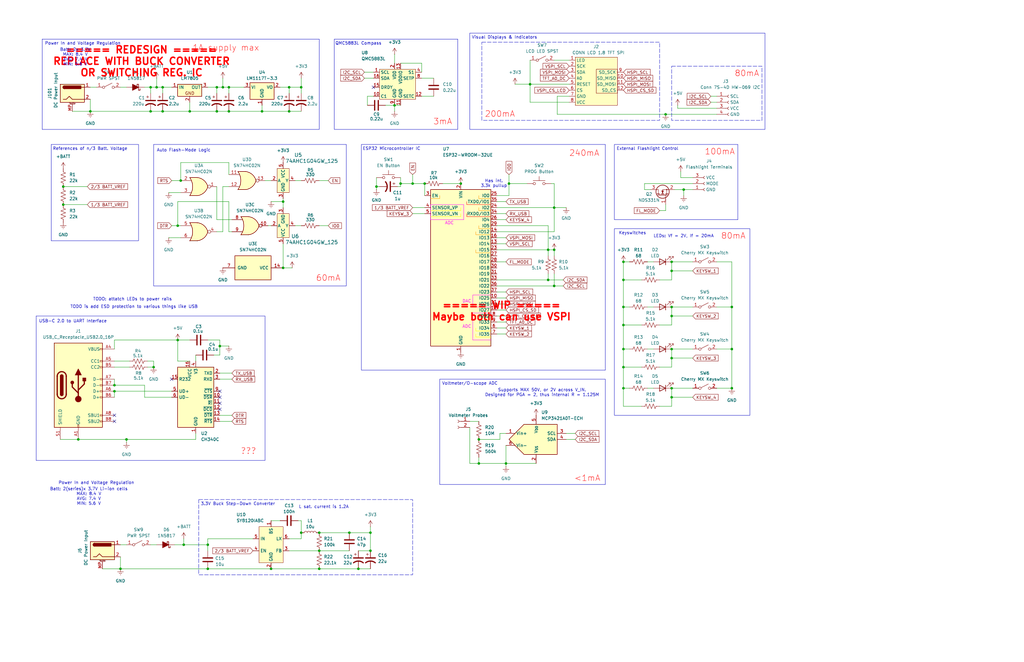
<source format=kicad_sch>
(kicad_sch (version 20231120) (generator "eeschema") (generator_version "8.0")
  (paper "User" 431.8 279.4)
  (title_block (title "Intelliwatch Mk II") (date "2024") (rev "2.0") (company "Zachary Hobbs"))
  (junction (at 134.62 232.41))
  (junction (at 127 224.79))
  (junction (at 262.89 118.11))
  (junction (at 213.36 195.58))
  (junction (at 262.89 129.54))
  (junction (at 96.52 46.99))
  (junction (at 127 36.83))
  (junction (at 91.44 46.99))
  (junction (at 262.89 147.32))
  (junction (at 147.32 224.79))
  (junction (at 283.21 133.35))
  (junction (at 74.93 143.51))
  (junction (at 91.44 36.83))
  (junction (at 68.58 36.83))
  (junction (at 134.62 224.79))
  (junction (at 283.21 129.54))
  (junction (at 223.52 35.56))
  (junction (at 96.52 36.83))
  (junction (at 308.61 147.32))
  (junction (at 158.75 78.74))
  (junction (at 92.71 146.05))
  (junction (at 77.47 229.87))
  (junction (at 231.14 105.41))
  (junction (at 283.21 110.49))
  (junction (at 214.63 77.47))
  (junction (at 280.67 48.26))
  (junction (at 233.68 120.65))
  (junction (at 262.89 163.83))
  (junction (at 26.67 78.74))
  (junction (at 233.68 87.63))
  (junction (at 173.99 77.47))
  (junction (at 121.92 46.99))
  (junction (at 26.67 86.36))
  (junction (at 283.21 167.64))
  (junction (at 64.77 154.94))
  (junction (at 63.5 36.83))
  (junction (at 48.26 162.56))
  (junction (at 156.21 232.41))
  (junction (at 283.21 147.32))
  (junction (at 76.2 76.2))
  (junction (at 33.02 185.42))
  (junction (at 93.98 36.83))
  (junction (at 262.89 110.49))
  (junction (at 80.01 46.99))
  (junction (at 201.93 185.42))
  (junction (at 283.21 114.3))
  (junction (at 119.38 85.09))
  (junction (at 201.93 195.58))
  (junction (at 121.92 36.83))
  (junction (at 262.89 154.94))
  (junction (at 87.63 240.03))
  (junction (at 231.14 118.11))
  (junction (at 119.38 113.03))
  (junction (at 50.8 240.03))
  (junction (at 48.26 165.1))
  (junction (at 262.89 137.16))
  (junction (at 179.07 77.47))
  (junction (at 38.1 46.99))
  (junction (at 74.93 95.25))
  (junction (at 134.62 240.03))
  (junction (at 53.34 185.42))
  (junction (at 233.68 105.41))
  (junction (at 151.13 240.03))
  (junction (at 308.61 129.54))
  (junction (at 166.37 44.45))
  (junction (at 110.49 46.99))
  (junction (at 87.63 229.87))
  (junction (at 66.04 36.83))
  (junction (at 114.3 240.03))
  (junction (at 308.61 163.83))
  (junction (at 63.5 46.99))
  (junction (at 68.58 46.99))
  (junction (at 283.21 151.13))
  (junction (at 283.21 163.83))
  (junction (at 168.91 77.47))
  (junction (at 194.31 77.47))
  (junction (at 288.29 80.01))
  (junction (at 156.21 224.79))
  (no_connect (at 48.26 175.26))
  (no_connect (at 72.39 160.02))
  (no_connect (at 92.71 167.64))
  (no_connect (at 92.71 170.18))
  (no_connect (at 92.71 172.72))
  (no_connect (at 157.48 36.83))
  (no_connect (at 92.71 165.1))
  (no_connect (at 48.26 177.8))
  (wire (pts (xy 209.55 85.09) (xy 213.36 85.09)))
  (wire (pts (xy 72.39 95.25) (xy 74.93 95.25)))
  (wire (pts (xy 283.21 151.13) (xy 283.21 147.32)))
  (wire (pts (xy 110.49 44.45) (xy 110.49 46.99)))
  (wire (pts (xy 173.99 87.63) (xy 179.07 87.63)))
  (wire (pts (xy 209.55 97.79) (xy 233.68 97.79)))
  (wire (pts (xy 283.21 133.35) (xy 283.21 129.54)))
  (wire (pts (xy 158.75 78.74) (xy 158.75 74.93)))
  (wire (pts (xy 118.11 36.83) (xy 121.92 36.83)))
  (wire (pts (xy 213.36 195.58) (xy 201.93 195.58)))
  (wire (pts (xy 26.67 78.74) (xy 36.83 78.74)))
  (wire (pts (xy 287.02 74.93) (xy 292.1 74.93)))
  (wire (pts (xy 262.89 118.11) (xy 270.51 118.11)))
  (wire (pts (xy 283.21 110.49) (xy 292.1 110.49)))
  (wire (pts (xy 96.52 85.09) (xy 96.52 97.79)))
  (wire (pts (xy 209.55 92.71) (xy 213.36 92.71)))
  (wire (pts (xy 92.71 146.05) (xy 92.71 149.86)))
  (wire (pts (xy 82.55 185.42) (xy 82.55 182.88)))
  (wire (pts (xy 71.12 100.33) (xy 76.2 100.33)))
  (wire (pts (xy 92.71 177.8) (xy 97.79 177.8)))
  (wire (pts (xy 234.95 40.64) (xy 234.95 48.26)))
  (wire (pts (xy 209.55 110.49) (xy 213.36 110.49)))
  (wire (pts (xy 302.26 147.32) (xy 308.61 147.32)))
  (wire (pts (xy 283.21 118.11) (xy 283.21 114.3)))
  (wire (pts (xy 283.21 167.64) (xy 283.21 163.83)))
  (wire (pts (xy 262.89 110.49) (xy 265.43 110.49)))
  (wire (pts (xy 91.44 46.99) (xy 96.52 46.99)))
  (wire (pts (xy 160.02 78.74) (xy 158.75 78.74)))
  (wire (pts (xy 82.55 149.86) (xy 82.55 152.4)))
  (wire (pts (xy 168.91 77.47) (xy 168.91 74.93)))
  (wire (pts (xy 210.82 182.88) (xy 213.36 182.88)))
  (wire (pts (xy 124.46 95.25) (xy 127 95.25)))
  (wire (pts (xy 119.38 113.03) (xy 123.19 113.03)))
  (wire (pts (xy 113.03 95.25) (xy 114.3 95.25)))
  (wire (pts (xy 278.13 137.16) (xy 283.21 137.16)))
  (wire (pts (xy 292.1 114.3) (xy 283.21 114.3)))
  (wire (pts (xy 273.05 129.54) (xy 275.59 129.54)))
  (wire (pts (xy 134.62 232.41) (xy 147.32 232.41)))
  (wire (pts (xy 74.93 85.09) (xy 96.52 85.09)))
  (wire (pts (xy 232.41 77.47) (xy 233.68 77.47)))
  (wire (pts (xy 48.26 165.1) (xy 72.39 165.1)))
  (wire (pts (xy 91.44 97.79) (xy 93.98 97.79)))
  (wire (pts (xy 154.94 40.64) (xy 157.48 40.64)))
  (wire (pts (xy 302.26 163.83) (xy 308.61 163.83)))
  (wire (pts (xy 285.75 45.72) (xy 302.26 45.72)))
  (wire (pts (xy 233.68 25.4) (xy 240.03 25.4)))
  (wire (pts (xy 127 36.83) (xy 127 39.37)))
  (wire (pts (xy 73.66 229.87) (xy 77.47 229.87)))
  (wire (pts (xy 201.93 195.58) (xy 201.93 193.04)))
  (wire (pts (xy 154.94 44.45) (xy 154.94 40.64)))
  (wire (pts (xy 209.55 130.81) (xy 213.36 130.81)))
  (wire (pts (xy 262.89 137.16) (xy 270.51 137.16)))
  (wire (pts (xy 87.63 36.83) (xy 91.44 36.83)))
  (wire (pts (xy 271.78 80.01) (xy 274.32 80.01)))
  (wire (pts (xy 308.61 147.32) (xy 308.61 129.54)))
  (wire (pts (xy 63.5 46.99) (xy 68.58 46.99)))
  (wire (pts (xy 92.71 157.48) (xy 97.79 157.48)))
  (wire (pts (xy 66.04 33.02) (xy 66.04 36.83)))
  (wire (pts (xy 93.98 78.74) (xy 96.52 78.74)))
  (wire (pts (xy 168.91 77.47) (xy 173.99 77.47)))
  (wire (pts (xy 92.71 160.02) (xy 97.79 160.02)))
  (wire (pts (xy 30.48 46.99) (xy 38.1 46.99)))
  (wire (pts (xy 223.52 35.56) (xy 240.03 35.56)))
  (wire (pts (xy 273.05 110.49) (xy 275.59 110.49)))
  (wire (pts (xy 177.8 30.48) (xy 177.8 26.67)))
  (wire (pts (xy 38.1 36.83) (xy 40.64 36.83)))
  (wire (pts (xy 283.21 129.54) (xy 292.1 129.54)))
  (wire (pts (xy 96.52 36.83) (xy 96.52 39.37)))
  (wire (pts (xy 292.1 167.64) (xy 283.21 167.64)))
  (wire (pts (xy 209.55 140.97) (xy 213.36 140.97)))
  (wire (pts (xy 278.13 171.45) (xy 283.21 171.45)))
  (wire (pts (xy 156.21 222.25) (xy 156.21 224.79)))
  (wire (pts (xy 278.13 88.9) (xy 280.67 88.9)))
  (wire (pts (xy 217.17 35.56) (xy 223.52 35.56)))
  (wire (pts (xy 168.91 26.67) (xy 177.8 26.67)))
  (wire (pts (xy 77.47 229.87) (xy 87.63 229.87)))
  (wire (pts (xy 233.68 105.41) (xy 231.14 105.41)))
  (wire (pts (xy 68.58 39.37) (xy 68.58 36.83)))
  (wire (pts (xy 209.55 100.33) (xy 213.36 100.33)))
  (wire (pts (xy 96.52 46.99) (xy 110.49 46.99)))
  (wire (pts (xy 71.12 81.28) (xy 76.2 81.28)))
  (wire (pts (xy 214.63 82.55) (xy 214.63 77.47)))
  (wire (pts (xy 68.58 46.99) (xy 80.01 46.99)))
  (wire (pts (xy 209.55 128.27) (xy 213.36 128.27)))
  (wire (pts (xy 292.1 133.35) (xy 283.21 133.35)))
  (wire (pts (xy 166.37 22.86) (xy 166.37 26.67)))
  (wire (pts (xy 60.96 162.56) (xy 60.96 167.64)))
  (wire (pts (xy 127 227.33) (xy 127 224.79)))
  (wire (pts (xy 233.68 107.95) (xy 233.68 105.41)))
  (wire (pts (xy 121.92 232.41) (xy 134.62 232.41)))
  (wire (pts (xy 222.25 77.47) (xy 214.63 77.47)))
  (wire (pts (xy 283.21 147.32) (xy 292.1 147.32)))
  (wire (pts (xy 240.03 40.64) (xy 234.95 40.64)))
  (wire (pts (xy 280.67 48.26) (xy 302.26 48.26)))
  (wire (pts (xy 134.62 240.03) (xy 151.13 240.03)))
  (wire (pts (xy 198.12 195.58) (xy 201.93 195.58)))
  (wire (pts (xy 119.38 102.87) (xy 119.38 113.03)))
  (wire (pts (xy 92.71 146.05) (xy 92.71 143.51)))
  (wire (pts (xy 96.52 36.83) (xy 102.87 36.83)))
  (wire (pts (xy 262.89 163.83) (xy 265.43 163.83)))
  (wire (pts (xy 214.63 82.55) (xy 209.55 82.55)))
  (wire (pts (xy 209.55 105.41) (xy 231.14 105.41)))
  (wire (pts (xy 271.78 77.47) (xy 292.1 77.47)))
  (wire (pts (xy 173.99 73.66) (xy 173.99 77.47)))
  (wire (pts (xy 308.61 110.49) (xy 302.26 110.49)))
  (wire (pts (xy 233.68 115.57) (xy 233.68 120.65)))
  (wire (pts (xy 64.77 152.4) (xy 64.77 154.94)))
  (wire (pts (xy 209.55 90.17) (xy 213.36 90.17)))
  (wire (pts (xy 167.64 78.74) (xy 168.91 78.74)))
  (wire (pts (xy 283.21 114.3) (xy 283.21 110.49)))
  (wire (pts (xy 63.5 36.83) (xy 63.5 39.37)))
  (wire (pts (xy 158.75 80.01) (xy 158.75 78.74)))
  (wire (pts (xy 262.89 129.54) (xy 262.89 137.16)))
  (wire (pts (xy 262.89 163.83) (xy 262.89 171.45)))
  (wire (pts (xy 127 219.71) (xy 125.73 219.71)))
  (wire (pts (xy 223.52 25.4) (xy 223.52 35.56)))
  (wire (pts (xy 262.89 154.94) (xy 270.51 154.94)))
  (wire (pts (xy 278.13 118.11) (xy 283.21 118.11)))
  (wire (pts (xy 278.13 154.94) (xy 283.21 154.94)))
  (wire (pts (xy 173.99 77.47) (xy 179.07 77.47)))
  (wire (pts (xy 283.21 171.45) (xy 283.21 167.64)))
  (wire (pts (xy 262.89 129.54) (xy 265.43 129.54)))
  (wire (pts (xy 262.89 154.94) (xy 262.89 163.83)))
  (wire (pts (xy 231.14 115.57) (xy 231.14 118.11)))
  (wire (pts (xy 262.89 137.16) (xy 262.89 147.32)))
  (wire (pts (xy 288.29 82.55) (xy 288.29 80.01)))
  (wire (pts (xy 156.21 224.79) (xy 156.21 232.41)))
  (wire (pts (xy 121.92 46.99) (xy 127 46.99)))
  (wire (pts (xy 77.47 227.33) (xy 77.47 229.87)))
  (wire (pts (xy 38.1 46.99) (xy 63.5 46.99)))
  (wire (pts (xy 177.8 40.64) (xy 182.88 40.64)))
  (wire (pts (xy 288.29 80.01) (xy 292.1 80.01)))
  (wire (pts (xy 151.13 240.03) (xy 156.21 240.03)))
  (wire (pts (xy 48.26 162.56) (xy 60.96 162.56)))
  (wire (pts (xy 74.93 95.25) (xy 76.2 95.25)))
  (wire (pts (xy 209.55 138.43) (xy 213.36 138.43)))
  (wire (pts (xy 223.52 35.56) (xy 223.52 43.18)))
  (wire (pts (xy 287.02 72.39) (xy 287.02 74.93)))
  (wire (pts (xy 50.8 229.87) (xy 53.34 229.87)))
  (wire (pts (xy 308.61 163.83) (xy 308.61 147.32)))
  (wire (pts (xy 92.71 143.51) (xy 87.63 143.51)))
  (wire (pts (xy 110.49 46.99) (xy 121.92 46.99)))
  (wire (pts (xy 92.71 146.05) (xy 96.52 146.05)))
  (wire (pts (xy 50.8 36.83) (xy 53.34 36.83)))
  (wire (pts (xy 60.96 167.64) (xy 72.39 167.64)))
  (wire (pts (xy 147.32 224.79) (xy 156.21 224.79)))
  (wire (pts (xy 48.26 143.51) (xy 74.93 143.51)))
  (wire (pts (xy 127 219.71) (xy 127 224.79)))
  (wire (pts (xy 50.8 234.95) (xy 50.8 240.03)))
  (wire (pts (xy 209.55 135.89) (xy 213.36 135.89)))
  (wire (pts (xy 262.89 118.11) (xy 262.89 129.54)))
  (wire (pts (xy 273.05 147.32) (xy 275.59 147.32)))
  (wire (pts (xy 299.72 40.64) (xy 302.26 40.64)))
  (wire (pts (xy 231.14 118.11) (xy 237.49 118.11)))
  (wire (pts (xy 214.63 73.66) (xy 214.63 77.47)))
  (wire (pts (xy 153.67 33.02) (xy 157.48 33.02)))
  (wire (pts (xy 38.1 41.91) (xy 38.1 46.99)))
  (wire (pts (xy 284.48 80.01) (xy 288.29 80.01)))
  (wire (pts (xy 262.89 110.49) (xy 262.89 118.11)))
  (wire (pts (xy 223.52 43.18) (xy 240.03 43.18)))
  (wire (pts (xy 74.93 143.51) (xy 80.01 143.51)))
  (wire (pts (xy 209.55 95.25) (xy 231.14 95.25)))
  (wire (pts (xy 53.34 185.42) (xy 82.55 185.42)))
  (wire (pts (xy 238.76 87.63) (xy 233.68 87.63)))
  (wire (pts (xy 121.92 227.33) (xy 127 227.33)))
  (wire (pts (xy 233.68 97.79) (xy 233.68 87.63)))
  (wire (pts (xy 127 33.02) (xy 127 36.83)))
  (wire (pts (xy 121.92 36.83) (xy 127 36.83)))
  (wire (pts (xy 121.92 36.83) (xy 121.92 39.37)))
  (wire (pts (xy 262.89 147.32) (xy 265.43 147.32)))
  (wire (pts (xy 234.95 48.26) (xy 280.67 48.26)))
  (wire (pts (xy 198.12 180.34) (xy 198.12 195.58)))
  (wire (pts (xy 96.52 97.79) (xy 97.79 97.79)))
  (wire (pts (xy 114.3 240.03) (xy 134.62 240.03)))
  (wire (pts (xy 201.93 185.42) (xy 210.82 185.42)))
  (wire (pts (xy 80.01 43.18) (xy 80.01 46.99)))
  (wire (pts (xy 74.93 143.51) (xy 74.93 152.4)))
  (wire (pts (xy 96.52 68.58) (xy 96.52 73.66)))
  (wire (pts (xy 63.5 36.83) (xy 66.04 36.83)))
  (wire (pts (xy 308.61 129.54) (xy 308.61 110.49)))
  (wire (pts (xy 233.68 87.63) (xy 209.55 87.63)))
  (wire (pts (xy 48.26 154.94) (xy 54.61 154.94)))
  (wire (pts (xy 173.99 90.17) (xy 179.07 90.17)))
  (wire (pts (xy 87.63 227.33) (xy 87.63 229.87)))
  (wire (pts (xy 26.67 86.36) (xy 36.83 86.36)))
  (wire (pts (xy 93.98 36.83) (xy 96.52 36.83)))
  (wire (pts (xy 231.14 95.25) (xy 231.14 105.41)))
  (wire (pts (xy 280.67 88.9) (xy 280.67 86.36)))
  (wire (pts (xy 271.78 77.47) (xy 271.78 80.01)))
  (wire (pts (xy 151.13 232.41) (xy 156.21 232.41)))
  (wire (pts (xy 119.38 85.09) (xy 119.38 87.63)))
  (wire (pts (xy 179.07 82.55) (xy 179.07 77.47)))
  (wire (pts (xy 76.2 68.58) (xy 96.52 68.58)))
  (wire (pts (xy 213.36 195.58) (xy 226.06 195.58)))
  (wire (pts (xy 209.55 120.65) (xy 233.68 120.65)))
  (wire (pts (xy 168.91 78.74) (xy 168.91 77.47)))
  (wire (pts (xy 134.62 95.25) (xy 138.43 95.25)))
  (wire (pts (xy 162.56 44.45) (xy 166.37 44.45)))
  (wire (pts (xy 283.21 163.83) (xy 292.1 163.83)))
  (wire (pts (xy 213.36 196.85) (xy 213.36 195.58)))
  (wire (pts (xy 74.93 152.4) (xy 80.01 152.4)))
  (wire (pts (xy 209.55 125.73) (xy 213.36 125.73)))
  (wire (pts (xy 87.63 229.87) (xy 87.63 232.41)))
  (wire (pts (xy 53.34 186.69) (xy 53.34 185.42)))
  (wire (pts (xy 213.36 187.96) (xy 213.36 195.58)))
  (wire (pts (xy 273.05 163.83) (xy 275.59 163.83)))
  (wire (pts (xy 43.18 240.03) (xy 50.8 240.03)))
  (wire (pts (xy 87.63 227.33) (xy 106.68 227.33)))
  (wire (pts (xy 262.89 171.45) (xy 270.51 171.45)))
  (wire (pts (xy 48.26 143.51) (xy 48.26 147.32)))
  (wire (pts (xy 80.01 46.99) (xy 91.44 46.99)))
  (wire (pts (xy 209.55 118.11) (xy 231.14 118.11)))
  (wire (pts (xy 90.17 149.86) (xy 92.71 149.86)))
  (wire (pts (xy 147.32 224.79) (xy 134.62 224.79)))
  (wire (pts (xy 48.26 160.02) (xy 48.26 162.56)))
  (wire (pts (xy 119.38 83.82) (xy 119.38 85.09)))
  (wire (pts (xy 93.98 97.79) (xy 93.98 78.74)))
  (wire (pts (xy 91.44 36.83) (xy 91.44 39.37)))
  (wire (pts (xy 91.44 92.71) (xy 97.79 92.71)))
  (wire (pts (xy 283.21 154.94) (xy 283.21 151.13)))
  (wire (pts (xy 68.58 36.83) (xy 72.39 36.83)))
  (wire (pts (xy 72.39 76.2) (xy 76.2 76.2)))
  (wire (pts (xy 238.76 185.42) (xy 242.57 185.42)))
  (wire (pts (xy 111.76 76.2) (xy 114.3 76.2)))
  (wire (pts (xy 166.37 46.99) (xy 166.37 44.45)))
  (wire (pts (xy 153.67 30.48) (xy 157.48 30.48)))
  (wire (pts (xy 114.3 219.71) (xy 118.11 219.71)))
  (wire (pts (xy 91.44 36.83) (xy 93.98 36.83)))
  (wire (pts (xy 114.3 85.09) (xy 119.38 85.09)))
  (wire (pts (xy 302.26 129.54) (xy 308.61 129.54)))
  (wire (pts (xy 166.37 44.45) (xy 168.91 44.45)))
  (wire (pts (xy 285.75 44.45) (xy 285.75 45.72)))
  (wire (pts (xy 231.14 107.95) (xy 231.14 105.41)))
  (wire (pts (xy 53.34 185.42) (xy 33.02 185.42)))
  (wire (pts (xy 198.12 177.8) (xy 201.93 177.8)))
  (wire (pts (xy 233.68 120.65) (xy 237.49 120.65)))
  (wire (pts (xy 25.4 185.42) (xy 33.02 185.42)))
  (wire (pts (xy 48.26 165.1) (xy 48.26 167.64)))
  (wire (pts (xy 74.93 95.25) (xy 74.93 85.09)))
  (wire (pts (xy 209.55 133.35) (xy 213.36 133.35)))
  (wire (pts (xy 209.55 102.87) (xy 213.36 102.87)))
  (wire (pts (xy 93.98 33.02) (xy 93.98 36.83)))
  (wire (pts (xy 92.71 175.26) (xy 97.79 175.26)))
  (wire (pts (xy 283.21 137.16) (xy 283.21 133.35)))
  (wire (pts (xy 124.46 76.2) (xy 127 76.2)))
  (wire (pts (xy 233.68 77.47) (xy 233.68 87.63)))
  (wire (pts (xy 76.2 76.2) (xy 76.2 68.58)))
  (wire (pts (xy 134.62 76.2) (xy 138.43 76.2)))
  (wire (pts (xy 66.04 36.83) (xy 68.58 36.83)))
  (wire (pts (xy 262.89 147.32) (xy 262.89 154.94)))
  (wire (pts (xy 63.5 229.87) (xy 66.04 229.87)))
  (wire (pts (xy 50.8 240.03) (xy 87.63 240.03)))
  (wire (pts (xy 64.77 152.4) (xy 62.23 152.4)))
  (wire (pts (xy 91.44 78.74) (xy 91.44 92.71)))
  (wire (pts (xy 209.55 123.19) (xy 213.36 123.19)))
  (wire (pts (xy 48.26 152.4) (xy 54.61 152.4)))
  (wire (pts (xy 238.76 182.88) (xy 242.57 182.88)))
  (wire (pts (xy 210.82 185.42) (xy 210.82 182.88)))
  (wire (pts (xy 186.69 77.47) (xy 194.31 77.47)))
  (wire (pts (xy 62.23 154.94) (xy 64.77 154.94)))
  (wire (pts (xy 60.96 36.83) (xy 63.5 36.83)))
  (wire (pts (xy 177.8 33.02) (xy 182.88 33.02)))
  (wire (pts (xy 299.72 43.18) (xy 302.26 43.18)))
  (wire (pts (xy 292.1 151.13) (xy 283.21 151.13)))
  (wire (pts (xy 87.63 240.03) (xy 114.3 240.03)))
  (rectangle (start 259.08 60.96) (end 311.15 92.71))
  (rectangle (start 21.59 60.96) (end 58.42 101.6))
  (rectangle (start 259.08 96.52) (end 316.23 175.26))
  (rectangle (start 152.4 60.96) (end 255.27 156.21))
  (rectangle (start 64.77 60.96) (end 146.05 120.65))
  (rectangle (start 83.82 210.82) (end 173.99 242.57) (stroke (width 0) (type dash)))
  (rectangle (start 185.42 160.02) (end 255.27 204.47))
  (rectangle (start 17.78 16.51) (end 134.62 54.61))
  (rectangle (start 203.2 17.78) (end 278.13 50.8) (stroke (width 0) (type dash)))
  (rectangle (start 15.24 133.35) (end 111.76 194.31))
  (rectangle (start 140.97 16.51) (end 193.04 54.61))
  (rectangle (start 198.12 13.97) (end 322.58 54.61))
  (rectangle (start 283.21 27.94) (end 321.31 50.8) (stroke (width 0) (type dash)))
  (text "Power In and Voltage Regulation" (at 40.64 203.835 0) (effects (font (size 1.27 1.27))))
  (text "Batt: 2(series)x 3.7V Li-ion cells\nMAX: 8.4 V\nAVG: 7.4 V\nMIN: 5.6 V\n" (at 37.465 209.55 0) (effects (font (size 1.27 1.27))))
  (text "Batt: 2x 3.7V\nMAX: 8.4 V\nAVG: 7.4 V\nMIN: 5.6 V\n" (at 31.75 24.13 0) (effects (font (size 1.27 1.27))))
  (text "80mA" (at 309.245 99.695 0) (effects (font (size 2.5 2.5))))
  (text "Voltmeter/O-scope ADC" (at 198.12 161.925 0) (effects (font (size 1.27 1.27))))
  (text "240mA" (at 246.38 64.77 0) (effects (font (size 2.5 2.5))))
  (text "References of n/3 Batt. Voltage" (at 22.225 62.865 0) (effects (font (size 1.27 1.27)) (justify left)))
  (text "200mA" (at 210.82 48.26 0) (effects (font (size 2.5 2.5))))
  (text "===== WIP =====\nMaybe both can use VSPI" (at 211.455 131.445 0) (effects (font (size 3 3) (thickness 0.6) (bold yes))))
  (text "ESP32 Microcontroller IC" (at 165.1 62.865 0) (effects (font (size 1.27 1.27))))
  (text "Visual Displays & Indicators" (at 212.725 15.875 0) (effects (font (size 1.27 1.27))))
  (text "TODO is add ESD protection to various things like USB" (at 56.515 129.54 0) (effects (font (size 1.27 1.27))))
  (text "100mA" (at 303.53 64.135 0) (effects (font (size 2.5 2.5))))
  (text "L sat. current is 1.2A" (at 136.525 213.995 0) (effects (font (size 1.27 1.27))))
  (text "Auto Flash-Mode Logic" (at 77.47 63.5 0) (effects (font (size 1.27 1.27))))
  (text "Supports MAX 50V, or 2V across V_IN.\nDesigned for PGA = 2, thus internal R = 1.125M" (at 228.6 165.735 0) (effects (font (size 1.27 1.27))))
  (text "80mA" (at 314.96 31.115 0) (effects (font (size 2.5 2.5))))
  (text "LEDs: Vf = 2V, If = 20mA" (at 288.29 99.695 0) (effects (font (size 1.27 1.27))))
  (text "60mA" (at 138.43 117.475 0) (effects (font (size 2.5 2.5))))
  (text "USB-C 2.0 to UART Interface" (at 30.734 135.636 0) (effects (font (size 1.27 1.27))))
  (text "???" (at 104.775 190.5 0) (effects (font (size 2.5 2.5))))
  (text "1A supply max" (at 95.25 20.32 0) (effects (font (size 2.5 2.5))))
  (text "<1mA\n" (at 247.65 201.93 0) (effects (font (size 2.5 2.5))))
  (text "3.3V Buck Step-Down Converter" (at 100.33 212.725 0) (effects (font (size 1.27 1.27))))
  (text "Keyswitches" (at 266.7 98.425 0) (effects (font (size 1.27 1.27))))
  (text "TODO: attatch LEDs to power rails" (at 55.88 126.365 0) (effects (font (size 1.27 1.27))))
  (text "3mA" (at 186.69 51.435 0) (effects (font (size 2.5 2.5))))
  (text "===== REDESIGN =====\nREPLACE WITH BUCK CONVERTER\nOR SWITCHING REG. IC" (at 59.69 26.035 0) (effects (font (size 3 3) (thickness 0.6) (bold yes))))
  (text "Has int.\n3.3k pullup" (at 208.28 77.47 0) (effects (font (size 1.27 1.27))))
  (text "External Flashlight Control" (at 273.05 62.865 0) (effects (font (size 1.27 1.27))))
  (text "QMC5883L Compass" (at 151.13 18.415 0) (effects (font (size 1.27 1.27))))
  (text "Power In and Voltage Regulation" (at 34.925 18.415 0) (effects (font (size 1.27 1.27))))
  (global_label "HSPI_MOSI" (shape input) (at 262.89 35.56 0) (property "Intersheetrefs" "${INTERSHEET_REFS}" (effects (hide yes))))
  (global_label "VSPI_MOSI" (shape input) (at 240.03 30.48 180) (property "Intersheetrefs" "${INTERSHEET_REFS}" (effects (hide yes))))
  (global_label "TFT_A0_DC" (shape input) (at 240.03 33.02 180) (property "Intersheetrefs" "${INTERSHEET_REFS}" (effects (hide yes))))
  (global_label "KEYSW_1" (shape input) (at 213.36 138.43 0) (property "Intersheetrefs" "${INTERSHEET_REFS}" (effects (hide yes))))
  (global_label "DTR" (shape input) (at 97.79 175.26 0) (property "Intersheetrefs" "${INTERSHEET_REFS}" (effects (hide yes))))
  (global_label "I2C_SDA" (shape input) (at 153.67 33.02 180) (property "Intersheetrefs" "${INTERSHEET_REFS}" (effects (hide yes))))
  (global_label "HSPI_SCL" (shape input) (at 262.89 30.48 0) (property "Intersheetrefs" "${INTERSHEET_REFS}" (effects (hide yes))))
  (global_label "2{slash}3 BATT_VREF" (shape input) (at 106.68 232.41 180) (property "Intersheetrefs" "${INTERSHEET_REFS}" (effects (hide yes))))
  (global_label "TX_USB" (shape input) (at 97.79 157.48 0) (property "Intersheetrefs" "${INTERSHEET_REFS}" (effects (hide yes))))
  (global_label "HSPI_MISO" (shape input) (at 262.89 33.02 0) (property "Intersheetrefs" "${INTERSHEET_REFS}" (effects (hide yes))))
  (global_label "EN" (shape input) (at 173.99 73.66 90) (property "Intersheetrefs" "${INTERSHEET_REFS}" (effects (hide yes))))
  (global_label "EN" (shape input) (at 138.43 76.2 0) (property "Intersheetrefs" "${INTERSHEET_REFS}" (effects (hide yes))))
  (global_label "I2C_SCL" (shape input) (at 242.57 182.88 0) (property "Intersheetrefs" "${INTERSHEET_REFS}" (effects (hide yes))))
  (global_label "I2C_SDA" (shape input) (at 237.49 118.11 0) (property "Intersheetrefs" "${INTERSHEET_REFS}" (effects (hide yes))))
  (global_label "VSPI_CS_LCD" (shape input) (at 213.36 133.35 0) (property "Intersheetrefs" "${INTERSHEET_REFS}" (effects (hide yes))))
  (global_label "RTS" (shape input) (at 97.79 177.8 0) (property "Intersheetrefs" "${INTERSHEET_REFS}" (effects (hide yes))))
  (global_label "IO0" (shape input) (at 214.63 73.66 90) (property "Intersheetrefs" "${INTERSHEET_REFS}" (effects (hide yes))))
  (global_label "I2C_SCL" (shape input) (at 237.49 120.65 0) (property "Intersheetrefs" "${INTERSHEET_REFS}" (effects (hide yes))))
  (global_label "VSPI_SCL" (shape input) (at 240.03 27.94 180) (property "Intersheetrefs" "${INTERSHEET_REFS}" (effects (hide yes))))
  (global_label "VSPI_SCL" (shape input) (at 213.36 102.87 0) (property "Intersheetrefs" "${INTERSHEET_REFS}" (effects (hide yes))))
  (global_label "TX_USB" (shape input) (at 213.36 85.09 0) (property "Intersheetrefs" "${INTERSHEET_REFS}" (effects (hide yes))))
  (global_label "RX_USB" (shape input) (at 213.36 90.17 0) (property "Intersheetrefs" "${INTERSHEET_REFS}" (effects (hide yes))))
  (global_label "HSPI_MISO" (shape input) (at 213.36 125.73 0) (property "Intersheetrefs" "${INTERSHEET_REFS}" (effects (hide yes))))
  (global_label "HSPI_SCL" (shape input) (at 213.36 123.19 0) (property "Intersheetrefs" "${INTERSHEET_REFS}" (effects (hide yes))))
  (global_label "KEYSW_3" (shape input) (at 173.99 90.17 180) (property "Intersheetrefs" "${INTERSHEET_REFS}" (effects (hide yes))))
  (global_label "I2C_SDA" (shape input) (at 299.72 43.18 180) (property "Intersheetrefs" "${INTERSHEET_REFS}" (effects (hide yes))))
  (global_label "HSPI_CS_SD" (shape input) (at 213.36 130.81 0) (property "Intersheetrefs" "${INTERSHEET_REFS}" (effects (hide yes))))
  (global_label "2{slash}3 BATT_VREF" (shape input) (at 36.83 78.74 0) (property "Intersheetrefs" "${INTERSHEET_REFS}" (effects (hide yes))))
  (global_label "FL_MODE" (shape input) (at 278.13 88.9 180) (property "Intersheetrefs" "${INTERSHEET_REFS}" (effects (hide yes))))
  (global_label "1/3 BATT_VREF" (shape input) (at 36.83 86.36 0) (property "Intersheetrefs" "${INTERSHEET_REFS}" (effects (hide yes))))
  (global_label "KEYSW_2" (shape input) (at 213.36 140.97 0) (property "Intersheetrefs" "${INTERSHEET_REFS}" (effects (hide yes))))
  (global_label "HSPI_CS_SD" (shape input) (at 262.89 38.1 0) (property "Intersheetrefs" "${INTERSHEET_REFS}" (effects (hide yes))))
  (global_label "KEYSW_2" (shape input) (at 292.1 133.35 0) (property "Intersheetrefs" "${INTERSHEET_REFS}" (effects (hide yes))))
  (global_label "DTR" (shape input) (at 72.39 95.25 180) (property "Intersheetrefs" "${INTERSHEET_REFS}" (effects (hide yes))))
  (global_label "RX_USB" (shape input) (at 97.79 160.02 0) (property "Intersheetrefs" "${INTERSHEET_REFS}" (effects (hide yes))))
  (global_label "RTS" (shape input) (at 72.39 76.2 180) (property "Intersheetrefs" "${INTERSHEET_REFS}" (effects (hide yes))))
  (global_label "KEYSW_4" (shape input) (at 213.36 92.71 0) (property "Intersheetrefs" "${INTERSHEET_REFS}" (effects (hide yes))))
  (global_label "TFT_A0_DC" (shape input) (at 213.36 135.89 0) (property "Intersheetrefs" "${INTERSHEET_REFS}" (effects (hide yes))))
  (global_label "VSPI_CS_LCD" (shape input) (at 240.03 38.1 180) (property "Intersheetrefs" "${INTERSHEET_REFS}" (effects (hide yes))))
  (global_label "I2C_SCL" (shape input) (at 299.72 40.64 180) (property "Intersheetrefs" "${INTERSHEET_REFS}" (effects (hide yes))))
  (global_label "I2C_SDA" (shape input) (at 242.57 185.42 0) (property "Intersheetrefs" "${INTERSHEET_REFS}" (effects (hide yes))))
  (global_label "KEYSW_1" (shape input) (at 292.1 114.3 0) (property "Intersheetrefs" "${INTERSHEET_REFS}" (effects (hide yes))))
  (global_label "1/3 BATT_VREF" (shape input) (at 173.99 87.63 180) (property "Intersheetrefs" "${INTERSHEET_REFS}" (effects (hide yes))))
  (global_label "HSPI_MOSI" (shape input) (at 213.36 128.27 0) (property "Intersheetrefs" "${INTERSHEET_REFS}" (effects (hide yes))))
  (global_label "FL_MODE" (shape input) (at 213.36 110.49 0) (property "Intersheetrefs" "${INTERSHEET_REFS}" (effects (hide yes))))
  (global_label "KEYSW_3" (shape input) (at 292.1 151.13 0) (property "Intersheetrefs" "${INTERSHEET_REFS}" (effects (hide yes))))
  (global_label "IO0" (shape input) (at 138.43 95.25 0) (property "Intersheetrefs" "${INTERSHEET_REFS}" (effects (hide yes))))
  (global_label "I2C_SCL" (shape input) (at 153.67 30.48 180) (property "Intersheetrefs" "${INTERSHEET_REFS}" (effects (hide yes))))
  (global_label "KEYSW_4" (shape input) (at 292.1 167.64 0) (property "Intersheetrefs" "${INTERSHEET_REFS}" (effects (hide yes))))
  (global_label "VSPI_MOSI" (shape input) (at 213.36 100.33 0) (property "Intersheetrefs" "${INTERSHEET_REFS}" (effects (hide yes))))
  (symbol (lib_id "Connector:Barrel_Jack_MountingPin") (at 43.18 232.41 0) (unit 1)
    (property "Reference" "J6" (at 33.655 232.41 90))
    (property "Value" "DC Power Input" (at 36.195 231.14 90))
    (property "Footprint" "Connector_BarrelJack:BarrelJack_Horizontal" (effects (hide yes)))
    (property "Description" "DC Barrel Jack with a mounting pin" (effects (hide yes)))
  )
  (symbol (lib_id "74xx:74HC02") (at 83.82 78.74 0) (unit 1)
    (property "Reference" "U3" (at 83.82 69.85 0))
    (property "Value" "SN74HC02N" (at 83.82 72.39 0))
    (property "Footprint" "Package_DIP:DIP-14_W7.62mm" (effects (hide yes)))
    (property "Datasheet" "http://www.ti.com/lit/gpn/sn74hc02" (effects (hide yes)))
    (property "Description" "quad 2-input NOR gate" (effects (hide yes)))
  )
  (symbol (lib_id "Device:D_Schottky_Filled") (at 57.15 36.83 180) (unit 1)
    (property "Reference" "D1" (at 57.4675 30.48 0))
    (property "Value" "1N5817" (at 57.4675 33.02 0))
    (property "Description" "Schottky diode, filled shape" (effects (hide yes)))
  )
  (symbol (lib_id "Regulator_Linear:LM1117T-3.3") (at 110.49 36.83 0) (unit 1)
    (property "Reference" "U4" (at 110.49 30.48 0))
    (property "Value" "LM1117T-3.3" (at 110.49 33.02 0))
    (property "Footprint" "PCM_Package_TO_SOT_THT_AKL:TO-220-3_Vertical" (effects (hide yes)))
    (property "Datasheet" "http://www.ti.com/lit/ds/symlink/lm1117.pdf" (effects (hide yes)))
    (property "Description" "800mA Low-Dropout Linear Regulator, 3.3V fixed output, TO-220" (effects (hide yes)))
  )
  (symbol (lib_id "Device:R_US") (at 201.93 181.61 180) (unit 1)
    (property "Reference" "R20" (at 204.47 180.3399 0) (effects (justify right)))
    (property "Value" "10M" (at 204.47 182.8799 0) (effects (justify right)))
    (property "Description" "Resistor, US symbol" (effects (hide yes)))
  )
  (symbol (lib_id "Switch:SW_Push") (at 227.33 77.47 0) (unit 1)
    (property "Reference" "SW2" (at 227.33 69.85 0))
    (property "Value" "PROG Button" (at 227.33 72.39 0))
    (property "Footprint" "TS-1101-C-W Switch:SW_101-C-W_XKB" (effects (hide yes)))
    (property "Description" "Push button switch, generic, two pins" (effects (hide yes)))
  )
  (symbol (lib_id "power:GNDREF") (at 64.77 154.94 0) (unit 1)
    (property "Reference" "#PWR05" (effects (hide yes)))
    (property "Value" "GND" (at 64.77 160.02 0))
    (property "Description" "Power symbol creates a global label with name \"GNDREF\" , reference supply ground" (effects (hide yes)))
  )
  (symbol (lib_id "ZCustomSymbols:Conn 4-digit 7-seg LEDs I2C HW-069") (at 307.34 40.64 0) (unit 1)
    (property "Reference" "J3" (at 304.8 34.29 0) (effects (justify left)))
    (property "Value" "Conn 7S-4D HW-069 I2C" (at 295.275 36.83 0) (effects (justify left)))
    (property "Footprint" "ZCustomFootprints:Conn 7S-4D HW-069 I2C" (effects (hide yes)))
    (property "Description" "Generic connector, single row, 01x04, script generated" (effects (hide yes)))
  )
  (symbol (lib_id "PCM_Voltage_Regulator_AKL:LM7805CT") (at 80.01 36.83 0) (unit 1)
    (property "Reference" "U1" (at 80.01 30.48 0))
    (property "Value" "LM7805" (at 80.01 33.02 0))
    (property "Footprint" "PCM_Package_TO_SOT_THT_AKL:TO-220-3_Vertical" (effects (hide yes)))
    (property "Datasheet" "https://datasheet.octopart.com/LM7805CT-Fairchild-datasheet-5337151.pdf" (effects (hide yes)))
    (property "Description" "TO-220 5V 1A 3-terminal voltage regulator, Alternate KiCad Library" (effects (hide yes)))
  )
  (symbol (lib_id "power:+3V3") (at 156.21 222.25 0) (unit 1)
    (property "Reference" "#PWR035" (effects (hide yes)))
    (property "Value" "+3V3" (at 156.21 217.17 0))
    (property "Description" "Power symbol creates a global label with name \"+3V3\"" (effects (hide yes)))
  )
  (symbol (lib_id "power:+3V3") (at 166.37 22.86 0) (unit 1)
    (property "Reference" "#PWR018" (effects (hide yes)))
    (property "Value" "+3V3" (at 166.37 17.78 0))
    (property "Description" "Power symbol creates a global label with name \"+3V3\"" (effects (hide yes)))
  )
  (symbol (lib_id "Switch:SW_SPST") (at 45.72 36.83 0) (unit 1)
    (property "Reference" "SW8" (at 45.72 30.48 0))
    (property "Value" "PWR SPST" (at 45.72 33.02 0))
    (property "Description" "Single Pole Single Throw (SPST) switch" (effects (hide yes)))
  )
  (symbol (lib_id "power:GNDREF") (at 308.61 163.83 0) (unit 1)
    (property "Reference" "#PWR030" (effects (hide yes)))
    (property "Value" "GND" (at 308.61 168.91 0))
    (property "Description" "Power symbol creates a global label with name \"GNDREF\" , reference supply ground" (effects (hide yes)))
  )
  (symbol (lib_id "Connector:Barrel_Jack_MountingPin") (at 30.48 39.37 0) (unit 1)
    (property "Reference" "J101" (at 20.955 39.37 90))
    (property "Value" "DC Power Input" (at 23.495 38.1 90))
    (property "Footprint" "Connector_BarrelJack:BarrelJack_Horizontal" (effects (hide yes)))
    (property "Description" "DC Barrel Jack with a mounting pin" (effects (hide yes)))
  )
  (symbol (lib_id "Device:C_Polarized_US") (at 151.13 236.22 0) (unit 1)
    (property "Reference" "C12" (at 144.78 234.95 0) (effects (justify left)))
    (property "Value" "22u" (at 144.78 237.49 0) (effects (justify left)))
    (property "Description" "Polarized capacitor, US symbol" (effects (hide yes)))
  )
  (symbol (lib_id "power:+3V3") (at 194.31 77.47 0) (unit 1)
    (property "Reference" "#PWR020" (effects (hide yes)))
    (property "Value" "+3V3" (at 194.31 72.39 0))
    (property "Description" "Power symbol creates a global label with name \"+3V3\"" (effects (hide yes)))
  )
  (symbol (lib_id "power:GNDREF") (at 38.1 46.99 0) (unit 1)
    (property "Reference" "#PWR03" (effects (hide yes)))
    (property "Value" "GND" (at 38.1 52.07 0))
    (property "Description" "Power symbol creates a global label with name \"GNDREF\" , reference supply ground" (effects (hide yes)))
  )
  (symbol (lib_id "Device:R_US") (at 274.32 154.94 270) (unit 1)
    (property "Reference" "R17" (at 274.32 149.86 90))
    (property "Value" "5.1k" (at 274.32 152.4 90))
    (property "Description" "Resistor, US symbol" (effects (hide yes)))
  )
  (symbol (lib_id "ZCustomSymbols:SY8120IABC") (at 114.3 229.87 0) (unit 1)
    (property "Reference" "U10" (at 99.695 217.17 0) (effects (justify left)))
    (property "Value" "SY8120IABC" (at 99.695 219.71 0) (effects (justify left)))
    (property "Footprint" "Package_TO_SOT_SMD:SOT-23-6" (effects (hide yes)))
    (property "Datasheet" "https://www.lcsc.com/datasheet/lcsc_datasheet_2409291036_Silergy-Corp-SY8120IABC_C479076.pdf" (effects (hide yes)))
  )
  (symbol (lib_id "Device:R_US") (at 58.42 152.4 90) (unit 1)
    (property "Reference" "R4" (at 58.166 148.082 90))
    (property "Value" "5.1k" (at 58.166 150.114 90))
    (property "Description" "Resistor, US symbol" (effects (hide yes)))
  )
  (symbol (lib_id "power:+3V3") (at 217.17 35.56 0) (unit 1)
    (property "Reference" "#PWR026" (effects (hide yes)))
    (property "Value" "+3V3" (at 217.17 30.48 0))
    (property "Description" "Power symbol creates a global label with name \"+3V3\"" (effects (hide yes)))
  )
  (symbol (lib_id "Switch:SW_SPST") (at 297.18 147.32 0) (unit 1)
    (property "Reference" "SW4" (at 297.18 140.97 0))
    (property "Value" "Cherry MX Keyswitch" (at 297.18 143.51 0))
    (property "Footprint" "Button_Switch_Keyboard:SW_Cherry_MX_1.00u_Plate" (effects (hide yes)))
    (property "Description" "Single Pole Single Throw (SPST) switch" (effects (hide yes)))
  )
  (symbol (lib_id "power:GNDREF") (at 238.76 87.63 0) (unit 1)
    (property "Reference" "#PWR023" (effects (hide yes)))
    (property "Value" "GND" (at 238.76 92.075 0))
    (property "Description" "Power symbol creates a global label with name \"GNDREF\" , reference supply ground" (effects (hide yes)))
  )
  (symbol (lib_id "Device:LED") (at 279.4 129.54 180) (unit 1)
    (property "Reference" "D3" (at 276.225 124.46 0))
    (property "Value" "LED" (at 276.225 127 0))
    (property "Footprint" "LED_SMD:LED_0603_1608Metric" (effects (hide yes)))
    (property "Description" "Light emitting diode" (effects (hide yes)))
  )
  (symbol (lib_id "Device:C") (at 147.32 228.6 0) (unit 1)
    (property "Reference" "C14" (at 150.495 227.33 0) (effects (justify left)))
    (property "Value" "47p" (at 150.495 229.87 0) (effects (justify left)))
    (property "Description" "Unpolarized capacitor" (effects (hide yes)))
  )
  (symbol (lib_id "Device:C_Polarized_US") (at 156.21 236.22 0) (unit 1)
    (property "Reference" "C16" (at 159.385 234.315 0) (effects (justify left)))
    (property "Value" "22u" (at 159.385 236.855 0) (effects (justify left)))
    (property "Description" "Polarized capacitor, US symbol" (effects (hide yes)))
  )
  (symbol (lib_id "Device:C") (at 158.75 44.45 90) (unit 1)
    (property "Reference" "C9" (at 158.75 48.26 90))
    (property "Value" "0.22u" (at 158.75 50.165 90))
    (property "Description" "Unpolarized capacitor" (effects (hide yes)))
  )
  (symbol (lib_id "power:GNDREF") (at 26.67 93.98 0) (unit 1)
    (property "Reference" "#PWR02" (effects (hide yes)))
    (property "Value" "GND" (at 26.67 99.06 0))
    (property "Description" "Power symbol creates a global label with name \"GNDREF\" , reference supply ground" (effects (hide yes)))
  )
  (symbol (lib_id "Device:R_US") (at 130.81 95.25 270) (unit 1)
    (property "Reference" "R6" (at 129.54 90.805 90) (effects (justify left)))
    (property "Value" "330" (at 128.905 92.71 90) (effects (justify left)))
    (property "Description" "Resistor, US symbol" (effects (hide yes)))
  )
  (symbol (lib_id "power:+BATT") (at 77.47 227.33 0) (unit 1)
    (property "Reference" "#PWR034" (effects (hide yes)))
    (property "Value" "+BATT" (at 77.47 222.25 0))
    (property "Description" "Power symbol creates a global label with name \"+BATT\"" (effects (hide yes)))
  )
  (symbol (lib_id "74AHC1G04GV,125:74AHC1G04GW_125") (at 119.38 95.25 0) (mirror x) (unit 1)
    (property "Reference" "U6" (at 124.46 99.695 0) (effects (font (size 1.524 1.524))))
    (property "Value" "74AHC1G04GW_125" (at 131.445 102.235 0) (effects (font (size 1.524 1.524))))
    (property "Footprint" "Package_TO_SOT_SMD:SOT-353_SC-70-5" (effects (hide yes)))
    (property "Datasheet" "https://www.lcsc.com/datasheet/lcsc_datasheet_2410010302_Nexperia-74AHC1G04GV-125_C12484.pdf" (effects (hide yes)))
  )
  (symbol (lib_id "Switch:SW_SPST") (at 297.18 110.49 0) (unit 1)
    (property "Reference" "SW3" (at 297.18 104.14 0))
    (property "Value" "Cherry MX Keyswitch" (at 297.18 106.68 0))
    (property "Footprint" "Button_Switch_Keyboard:SW_Cherry_MX_1.00u_Plate" (effects (hide yes)))
    (property "Description" "Single Pole Single Throw (SPST) switch" (effects (hide yes)))
  )
  (symbol (lib_id "Device:LED") (at 279.4 163.83 180) (unit 1)
    (property "Reference" "D5" (at 276.225 158.75 0))
    (property "Value" "LED" (at 276.225 161.29 0))
    (property "Footprint" "LED_SMD:LED_0603_1608Metric" (effects (hide yes)))
    (property "Description" "Light emitting diode" (effects (hide yes)))
  )
  (symbol (lib_id "power:+3V3") (at 127 33.02 0) (unit 1)
    (property "Reference" "#PWR016" (effects (hide yes)))
    (property "Value" "+3V3" (at 127 27.94 0))
    (property "Description" "Power symbol creates a global label with name \"+3V3\"" (effects (hide yes)))
  )
  (symbol (lib_id "Switch:SW_SPST") (at 228.6 25.4 0) (unit 1)
    (property "Reference" "SW7" (at 228.6 19.05 0))
    (property "Value" "LCD LED SPST" (at 228.6 21.59 0))
    (property "Description" "Single Pole Single Throw (SPST) switch" (effects (hide yes)))
  )
  (symbol (lib_id "Device:C_Polarized_US") (at 68.58 43.18 0) (unit 1)
    (property "Reference" "C2" (at 71.12 41.275 0) (effects (justify left)))
    (property "Value" "2.2u" (at 71.12 43.815 0) (effects (justify left)))
    (property "Description" "Polarized capacitor, US symbol" (effects (hide yes)))
  )
  (symbol (lib_id "Switch:SW_SPST") (at 297.18 129.54 0) (unit 1)
    (property "Reference" "SW5" (at 297.18 123.19 0))
    (property "Value" "Cherry MX Keyswitch" (at 297.18 125.73 0))
    (property "Footprint" "Button_Switch_Keyboard:SW_Cherry_MX_1.00u_Plate" (effects (hide yes)))
    (property "Description" "Single Pole Single Throw (SPST) switch" (effects (hide yes)))
  )
  (symbol (lib_id "Device:LED") (at 279.4 147.32 180) (unit 1)
    (property "Reference" "D4" (at 276.225 142.24 0))
    (property "Value" "LED" (at 276.225 144.78 0))
    (property "Footprint" "LED_SMD:LED_0603_1608Metric" (effects (hide yes)))
    (property "Description" "Light emitting diode" (effects (hide yes)))
  )
  (symbol (lib_id "power:GNDREF") (at 53.34 186.69 0) (unit 1)
    (property "Reference" "#PWR04" (effects (hide yes)))
    (property "Value" "GND" (at 53.34 191.77 0))
    (property "Description" "Power symbol creates a global label with name \"GNDREF\" , reference supply ground" (effects (hide yes)))
  )
  (symbol (lib_id "Device:L") (at 130.81 224.79 90) (unit 1)
    (property "Reference" "L1" (at 130.81 219.71 90))
    (property "Value" "10u" (at 130.81 222.25 90))
    (property "Description" "Inductor" (effects (hide yes)))
  )
  (symbol (lib_id "Device:R_US") (at 274.32 118.11 270) (unit 1)
    (property "Reference" "R16" (at 274.32 113.03 90))
    (property "Value" "5.1k" (at 274.32 115.57 90))
    (property "Description" "Resistor, US symbol" (effects (hide yes)))
  )
  (symbol (lib_id "Device:R_US") (at 269.24 110.49 270) (unit 1)
    (property "Reference" "R11" (at 269.24 105.41 90))
    (property "Value" "68" (at 269.24 107.95 90))
    (property "Description" "Resistor, US symbol" (effects (hide yes)))
  )
  (symbol (lib_id "Device:R_US") (at 26.67 82.55 0) (unit 1)
    (property "Reference" "R2" (at 29.21 81.2799 0) (effects (justify left)))
    (property "Value" "22k" (at 29.21 83.8199 0) (effects (justify left)))
    (property "Description" "Resistor, US symbol" (effects (hide yes)))
  )
  (symbol (lib_id "74xx:74HC02") (at 83.82 97.79 0) (unit 2)
    (property "Reference" "U3" (at 83.82 88.9 0))
    (property "Value" "SN74HC02N" (at 83.82 91.44 0))
    (property "Footprint" "Package_DIP:DIP-14_W7.62mm" (effects (hide yes)))
    (property "Datasheet" "http://www.ti.com/lit/gpn/sn74hc02" (effects (hide yes)))
    (property "Description" "quad 2-input NOR gate" (effects (hide yes)))
  )
  (symbol (lib_id "power:+BATT") (at 26.67 71.12 0) (unit 1)
    (property "Reference" "#PWR01" (effects (hide yes)))
    (property "Value" "+BATT" (at 26.67 66.04 0))
    (property "Description" "Power symbol creates a global label with name \"+BATT\"" (effects (hide yes)))
  )
  (symbol (lib_id "Switch:SW_SPST") (at 297.18 163.83 0) (unit 1)
    (property "Reference" "SW6" (at 297.18 157.48 0))
    (property "Value" "Cherry MX Keyswitch" (at 297.18 160.02 0))
    (property "Footprint" "Button_Switch_Keyboard:SW_Cherry_MX_1.00u_Plate" (effects (hide yes)))
    (property "Description" "Single Pole Single Throw (SPST) switch" (effects (hide yes)))
  )
  (symbol (lib_id "Device:C_Polarized_US") (at 127 43.18 0) (unit 1)
    (property "Reference" "C8" (at 129.54 41.275 0) (effects (justify left)))
    (property "Value" "2.2u" (at 129.54 43.815 0) (effects (justify left)))
    (property "Description" "Polarized capacitor, US symbol" (effects (hide yes)))
  )
  (symbol (lib_id "Connector:Conn_01x02_Socket") (at 193.04 177.8 0) (mirror y) (unit 1)
    (property "Reference" "J5" (at 197.485 172.72 0))
    (property "Value" "Voltmeter Probes" (at 197.485 175.26 0))
    (property "Description" "Generic connector, single row, 01x02, script generated" (effects (hide yes)))
  )
  (symbol (lib_id "74xx:74HC02") (at 104.14 76.2 0) (unit 4)
    (property "Reference" "U3" (at 104.14 67.31 0))
    (property "Value" "SN74HC02N" (at 104.14 69.85 0))
    (property "Footprint" "Package_DIP:DIP-14_W7.62mm" (effects (hide yes)))
    (property "Datasheet" "http://www.ti.com/lit/gpn/sn74hc02" (effects (hide yes)))
    (property "Description" "quad 2-input NOR gate" (effects (hide yes)))
  )
  (symbol (lib_id "Device:R_US") (at 58.42 154.94 90) (unit 1)
    (property "Reference" "R8" (at 58.42 157.48 90))
    (property "Value" "5.1k" (at 58.42 159.512 90))
    (property "Description" "Resistor, US symbol" (effects (hide yes)))
  )
  (symbol (lib_id "Device:R_US") (at 269.24 147.32 270) (unit 1)
    (property "Reference" "R13" (at 269.24 142.24 90))
    (property "Value" "68" (at 269.24 144.78 90))
    (property "Description" "Resistor, US symbol" (effects (hide yes)))
  )
  (symbol (lib_id "Device:C_Polarized_US") (at 91.44 43.18 0) (unit 1)
    (property "Reference" "C5" (at 86.36 41.275 0) (effects (justify left)))
    (property "Value" "220u" (at 83.82 43.815 0) (effects (justify left)))
    (property "Description" "Polarized capacitor, US symbol" (effects (hide yes)))
  )
  (symbol (lib_id "Device:R_US") (at 26.67 74.93 0) (unit 1)
    (property "Reference" "R1" (at 29.21 73.6599 0) (effects (justify left)))
    (property "Value" "22k" (at 29.21 76.1999 0) (effects (justify left)))
    (property "Description" "Resistor, US symbol" (effects (hide yes)))
  )
  (symbol (lib_id "ZCustomSymbols:QMC5883L Compass IC") (at 166.37 35.56 0) (unit 1)
    (property "Reference" "U8" (at 152.4 22.225 0) (effects (justify left)))
    (property "Value" "QMC5883L" (at 152.4 24.765 0) (effects (justify left)))
    (property "Footprint" "Package_LGA:LGA-16_3x3mm_P0.5mm" (effects (hide yes)))
    (property "Datasheet" "https://www.lcsc.com/datasheet/lcsc_datasheet_2012221837_QST-QMC5883L_C976032.pdf" (effects (hide yes)))
  )
  (symbol (lib_id "power:+BATT") (at 66.04 33.02 0) (unit 1)
    (property "Reference" "#PWR06" (effects (hide yes)))
    (property "Value" "+BATT" (at 66.04 27.94 0))
    (property "Description" "Power symbol creates a global label with name \"+BATT\"" (effects (hide yes)))
  )
  (symbol (lib_id "Device:C") (at 182.88 36.83 0) (unit 1)
    (property "Reference" "C10" (at 186.69 35.5599 0) (effects (justify left)))
    (property "Value" "0.22u" (at 186.69 38.0999 0) (effects (justify left)))
    (property "Description" "Unpolarized capacitor" (effects (hide yes)))
  )
  (symbol (lib_id "ZCustomSymbols:ESP32-WROOM-32UE") (at 194.31 113.03 0) (unit 1)
    (property "Reference" "U7" (at 186.69 62.865 0) (effects (justify left)))
    (property "Value" "ESP32-WROOM-32UE" (at 186.69 65.405 0) (effects (justify left)))
    (property "Footprint" "RF_Module:ESP32-WROOM-32UE" (effects (hide yes)))
    (property "Datasheet" "https://www.espressif.com/sites/default/files/documentation/esp32-wroom-32e_esp32-wroom-32ue_datasheet_en.pdf" (effects (hide yes)))
    (property "Description" "RF Module, ESP32-D0WD-V3 SoC, without PSRAM, Wi-Fi 802.11b/g/n, Bluetooth, BLE, 32-bit, 2.7-3.6V, onboard antenna, SMD" (effects (hide yes)))
  )
  (symbol (lib_id "Device:C_Polarized_US") (at 121.92 43.18 0) (unit 1)
    (property "Reference" "C7" (at 116.84 41.275 0) (effects (justify left)))
    (property "Value" "220u" (at 114.3 43.815 0) (effects (justify left)))
    (property "Description" "Polarized capacitor, US symbol" (effects (hide yes)))
  )
  (symbol (lib_id "Device:R_US") (at 231.14 111.76 0) (unit 1)
    (property "Reference" "R9" (at 226.695 110.49 0) (effects (justify left)))
    (property "Value" "5.1k" (at 224.155 113.03 0) (effects (justify left)))
    (property "Description" "Resistor, US symbol" (effects (hide yes)))
  )
  (symbol (lib_id "Device:R_US") (at 134.62 228.6 0) (unit 1)
    (property "Reference" "R21" (at 136.525 227.33 0) (effects (justify left)))
    (property "Value" "100k" (at 136.525 229.87 0) (effects (justify left)))
    (property "Description" "Resistor, US symbol" (effects (hide yes)))
  )
  (symbol (lib_id "Device:C_Polarized_US") (at 96.52 43.18 0) (unit 1)
    (property "Reference" "C6" (at 100.33 41.2749 0) (effects (justify left)))
    (property "Value" "2.2u" (at 100.33 43.8149 0) (effects (justify left)))
    (property "Description" "Polarized capacitor, US symbol" (effects (hide yes)))
  )
  (symbol (lib_id "Connector:Conn_01x03_Socket") (at 297.18 77.47 0) (mirror x) (unit 1)
    (property "Reference" "J4" (at 297.815 67.945 0) (effects (justify left)))
    (property "Value" "Flashlight Terminals" (at 289.179 70.485 0) (effects (justify left)))
    (property "Footprint" "Connector_PinSocket_2.54mm:PinSocket_1x03_P2.54mm_Vertical" (effects (hide yes)))
    (property "Description" "Generic connector, single row, 01x03, script generated" (effects (hide yes)))
  )
  (symbol (lib_id "Switch:SW_SPST") (at 58.42 229.87 0) (unit 1)
    (property "Reference" "SW9" (at 58.42 223.52 0))
    (property "Value" "PWR SPST" (at 58.42 226.06 0))
    (property "Description" "Single Pole Single Throw (SPST) switch" (effects (hide yes)))
  )
  (symbol (lib_id "Device:R_US") (at 274.32 137.16 270) (unit 1)
    (property "Reference" "R15" (at 274.32 132.08 90))
    (property "Value" "5.1k" (at 274.32 134.62 90))
    (property "Description" "Resistor, US symbol" (effects (hide yes)))
  )
  (symbol (lib_id "power:GNDREF") (at 288.29 82.55 0) (unit 1)
    (property "Reference" "#PWR029" (effects (hide yes)))
    (property "Value" "GND" (at 288.29 87.63 0))
    (property "Description" "Power symbol creates a global label with name \"GNDREF\" , reference supply ground" (effects (hide yes)))
  )
  (symbol (lib_id "Device:R_US") (at 26.67 90.17 0) (unit 1)
    (property "Reference" "R3" (at 29.21 88.8999 0) (effects (justify left)))
    (property "Value" "22k" (at 29.21 91.4399 0) (effects (justify left)))
    (property "Description" "Resistor, US symbol" (effects (hide yes)))
  )
  (symbol (lib_id "power:+3V3") (at 262.89 110.49 0) (unit 1)
    (property "Reference" "#PWR031" (effects (hide yes)))
    (property "Value" "+3V3" (at 262.89 105.41 0))
    (property "Description" "Power symbol creates a global label with name \"+3V3\"" (effects (hide yes)))
  )
  (symbol (lib_id "Device:LED") (at 279.4 110.49 180) (unit 1)
    (property "Reference" "D2" (at 276.225 105.41 0))
    (property "Value" "LED" (at 276.225 107.95 0))
    (property "Footprint" "LED_SMD:LED_0603_1608Metric" (effects (hide yes)))
    (property "Description" "Light emitting diode" (effects (hide yes)))
  )
  (symbol (lib_id "74AHC1G04GV,125:74AHC1G04GW_125") (at 119.38 76.2 0) (unit 1)
    (property "Reference" "U5" (at 125.73 65.405 0) (effects (font (size 1.524 1.524))))
    (property "Value" "74AHC1G04GW_125" (at 131.445 67.945 0) (effects (font (size 1.524 1.524))))
    (property "Footprint" "Package_TO_SOT_SMD:SOT-353_SC-70-5" (effects (hide yes)))
    (property "Datasheet" "https://www.lcsc.com/datasheet/lcsc_datasheet_2410010302_Nexperia-74AHC1G04GV-125_C12484.pdf" (effects (hide yes)))
  )
  (symbol (lib_id "power:GNDREF") (at 96.52 146.05 0) (unit 1)
    (property "Reference" "#PWR012" (effects (hide yes)))
    (property "Value" "GND" (at 96.52 151.13 0))
    (property "Description" "Power symbol creates a global label with name \"GNDREF\" , reference supply ground" (effects (hide yes)))
  )
  (symbol (lib_id "power:+3V3") (at 123.19 113.03 0) (unit 1)
    (property "Reference" "#PWR015" (effects (hide yes)))
    (property "Value" "+3V3" (at 123.19 107.95 0))
    (property "Description" "Power symbol creates a global label with name \"+3V3\"" (effects (hide yes)))
  )
  (symbol (lib_id "Device:D_Schottky_Filled") (at 69.85 229.87 180) (unit 1)
    (property "Reference" "D6" (at 70.1675 223.52 0))
    (property "Value" "1N5817" (at 70.1675 226.06 0))
    (property "Description" "Schottky diode, filled shape" (effects (hide yes)))
  )
  (symbol (lib_id "Device:R_US") (at 274.32 171.45 270) (unit 1)
    (property "Reference" "R18" (at 274.32 166.37 90))
    (property "Value" "5.1k" (at 274.32 168.91 90))
    (property "Description" "Resistor, US symbol" (effects (hide yes)))
  )
  (symbol (lib_id "power:GNDREF") (at 166.37 46.99 0) (unit 1)
    (property "Reference" "#PWR019" (effects (hide yes)))
    (property "Value" "GND" (at 166.37 52.07 0))
    (property "Description" "Power symbol creates a global label with name \"GNDREF\" , reference supply ground" (effects (hide yes)))
  )
  (symbol (lib_id "Device:C") (at 121.92 219.71 90) (unit 1)
    (property "Reference" "C13" (at 121.92 213.36 90))
    (property "Value" "100n" (at 121.92 215.9 90))
    (property "Description" "Unpolarized capacitor" (effects (hide yes)))
  )
  (symbol (lib_id "Device:R_US") (at 269.24 163.83 270) (unit 1)
    (property "Reference" "R14" (at 269.24 158.75 90))
    (property "Value" "68" (at 269.24 161.29 90))
    (property "Description" "Resistor, US symbol" (effects (hide yes)))
  )
  (symbol (lib_id "Device:C_Polarized_US") (at 163.83 78.74 270) (unit 1)
    (property "Reference" "C11" (at 167.64 81.28 90))
    (property "Value" "1u" (at 167.64 83.82 90))
    (property "Description" "Polarized capacitor, US symbol" (effects (hide yes)))
  )
  (symbol (lib_id "Device:R_US") (at 182.88 77.47 270) (unit 1)
    (property "Reference" "R7" (at 181.61 73.025 90) (effects (justify left)))
    (property "Value" "10k" (at 180.975 74.93 90) (effects (justify left)))
    (property "Description" "Resistor, US symbol" (effects (hide yes)))
  )
  (symbol (lib_id "Device:C") (at 86.36 149.86 90) (unit 1)
    (property "Reference" "C4" (at 90.805 145.415 90) (effects (justify left)))
    (property "Value" "0.1u" (at 92.075 147.32 90) (effects (justify left)))
    (property "Description" "Unpolarized capacitor" (effects (hide yes)))
  )
  (symbol (lib_id "Device:R_US") (at 233.68 111.76 0) (unit 1)
    (property "Reference" "R10" (at 235.585 110.49 0) (effects (justify left)))
    (property "Value" "5.1k" (at 235.585 113.03 0) (effects (justify left)))
    (property "Description" "Resistor, US symbol" (effects (hide yes)))
  )
  (symbol (lib_id "Analog_ADC:MCP3421A0T-ECH") (at 226.06 185.42 0) (unit 1)
    (property "Reference" "U9" (at 228.2541 173.99 0) (effects (justify left)))
    (property "Value" "MCP3421A0T-ECH" (at 228.2541 176.53 0) (effects (justify left)))
    (property "Footprint" "PCM_Package_TO_SOT_SMD_AKL:SOT-23-6" (effects (hide yes)))
    (property "Datasheet" "http://ww1.microchip.com/downloads/en/DeviceDoc/22003e.pdf" (effects (hide yes)))
    (property "Description" "Single Delta-Sigma 18bit Analog to Digital Converter, I2C Interface, SOT-23-6" (effects (hide yes)))
  )
  (symbol (lib_id "power:+3V3") (at 233.68 105.41 0) (unit 1)
    (property "Reference" "#PWR022" (effects (hide yes)))
    (property "Value" "+3V3" (at 233.68 100.33 0))
    (property "Description" "Power symbol creates a global label with name \"+3V3\"" (effects (hide yes)))
  )
  (symbol (lib_id "74xx:74HC02") (at 105.41 95.25 0) (unit 3)
    (property "Reference" "U3" (at 105.41 86.36 0))
    (property "Value" "SN74HC02N" (at 105.41 88.9 0))
    (property "Footprint" "Package_DIP:DIP-14_W7.62mm" (effects (hide yes)))
    (property "Datasheet" "http://www.ti.com/lit/gpn/sn74hc02" (effects (hide yes)))
    (property "Description" "quad 2-input NOR gate" (effects (hide yes)))
  )
  (symbol (lib_id "PCM_Transistor_MOSFET_AKL:NDS331N") (at 279.4 82.55 90) (unit 1)
    (property "Reference" "Q2" (at 273.685 81.915 90))
    (property "Value" "NDS331N" (at 273.685 84.455 90))
    (property "Footprint" "PCM_Package_TO_SOT_SMD_AKL:SuperSOT-3" (effects (hide yes)))
    (property "Datasheet" "https://www.tme.eu/Document/9feed855f842df7de204cce797863495/NDS331N.pdf" (effects (hide yes)))
    (property "Description" "SuperSOT-3 N-MOSFET enchancement mode transistor, 20V, 1.3A, 0.5W, Alternate KiCAD Library" (effects (hide yes)))
  )
  (symbol (lib_id "Device:R_US") (at 134.62 236.22 0) (unit 1)
    (property "Reference" "R22" (at 136.525 234.95 0) (effects (justify left)))
    (property "Value" "22.1k" (at 136.525 237.49 0) (effects (justify left)))
    (property "Description" "Resistor, US symbol" (effects (hide yes)))
  )
  (symbol (lib_id "power:+3V3") (at 226.06 175.26 0) (unit 1)
    (property "Reference" "#PWR032" (effects (hide yes)))
    (property "Value" "+3V3" (at 226.06 170.18 0))
    (property "Description" "Power symbol creates a global label with name \"+3V3\"" (effects (hide yes)))
  )
  (symbol (lib_id "Device:C_Polarized_US") (at 63.5 43.18 0) (unit 1)
    (property "Reference" "C1" (at 58.42 41.275 0) (effects (justify left)))
    (property "Value" "220u" (at 55.88 43.815 0) (effects (justify left)))
    (property "Description" "Polarized capacitor, US symbol" (effects (hide yes)))
  )
  (symbol (lib_id "power:GNDREF") (at 71.12 81.28 0) (unit 1)
    (property "Reference" "#PWR07" (effects (hide yes)))
    (property "Value" "GND" (at 71.12 86.36 0))
    (property "Description" "Power symbol creates a global label with name \"GNDREF\" , reference supply ground" (effects (hide yes)))
  )
  (symbol (lib_id "power:+5V") (at 285.75 44.45 0) (unit 1)
    (property "Reference" "#PWR024" (effects (hide yes)))
    (property "Value" "+5V" (at 285.75 39.37 0))
    (property "Description" "Power symbol creates a global label with name \"+5V\"" (effects (hide yes)))
  )
  (symbol (lib_id "ZCustomSymbols:CONN LCD 1.8 TFT SPI") (at 251.46 34.29 0) (unit 1)
    (property "Reference" "J2" (at 250.19 19.685 0) (effects (justify left)))
    (property "Value" "CONN LCD 1.8 TFT SPI" (at 241.3 22.225 0) (effects (justify left)))
    (property "Footprint" "ZCustomFootprints:Conn 1.8 TFT LCD SPI" (effects (hide yes)))
    (property "Description" "Generic connector, single row, 01x08, script generated" (effects (hide yes)))
  )
  (symbol (lib_id "power:+5V") (at 93.98 33.02 0) (unit 1)
    (property "Reference" "#PWR010" (effects (hide yes)))
    (property "Value" "+5V" (at 93.98 27.94 0))
    (property "Description" "Power symbol creates a global label with name \"+5V\"" (effects (hide yes)))
  )
  (symbol (lib_id "power:GNDREF") (at 71.12 100.33 0) (unit 1)
    (property "Reference" "#PWR08" (effects (hide yes)))
    (property "Value" "GND" (at 71.12 105.41 0))
    (property "Description" "Power symbol creates a global label with name \"GNDREF\" , reference supply ground" (effects (hide yes)))
  )
  (symbol (lib_id "Device:R_US") (at 201.93 189.23 0) (unit 1)
    (property "Reference" "R19" (at 204.47 187.9599 0) (effects (justify left)))
    (property "Value" "560k" (at 204.47 190.4999 0) (effects (justify left)))
    (property "Description" "Resistor, US symbol" (effects (hide yes)))
  )
  (symbol (lib_id "power:GNDREF") (at 50.8 240.03 0) (unit 1)
    (property "Reference" "#PWR033" (effects (hide yes)))
    (property "Value" "GND" (at 50.8 245.11 0))
    (property "Description" "Power symbol creates a global label with name \"GNDREF\" , reference supply ground" (effects (hide yes)))
  )
  (symbol (lib_id "Device:R_US") (at 269.24 129.54 270) (unit 1)
    (property "Reference" "R12" (at 269.24 124.46 90))
    (property "Value" "68" (at 269.24 127 90))
    (property "Description" "Resistor, US symbol" (effects (hide yes)))
  )
  (symbol (lib_id "power:GNDREF") (at 280.67 48.26 0) (unit 1)
    (property "Reference" "#PWR025" (effects (hide yes)))
    (property "Value" "GND" (at 280.67 53.34 0))
    (property "Description" "Power symbol creates a global label with name \"GNDREF\" , reference supply ground" (effects (hide yes)))
  )
  (symbol (lib_id "Device:R_US") (at 130.81 76.2 270) (unit 1)
    (property "Reference" "R5" (at 129.54 71.755 90) (effects (justify left)))
    (property "Value" "330" (at 128.905 73.66 90) (effects (justify left)))
    (property "Description" "Resistor, US symbol" (effects (hide yes)))
  )
  (symbol (lib_id "Interface_USB:CH340C") (at 82.55 167.64 0) (unit 1)
    (property "Reference" "U2" (at 84.7441 182.88 0) (effects (justify left)))
    (property "Value" "CH340C" (at 84.7441 185.42 0) (effects (justify left)))
    (property "Footprint" "PCM_Package_SO_AKL:SOP-16_4.55x10.3mm_P1.27mm" (effects (hide yes)))
    (property "Datasheet" "https://datasheet.lcsc.com/szlcsc/Jiangsu-Qin-Heng-CH340C_C84681.pdf" (effects (hide yes)))
    (property "Description" "USB serial converter, crystal-less, UART, SOIC-16" (effects (hide yes)))
  )
  (symbol (lib_id "Device:C") (at 87.63 236.22 0) (mirror y) (unit 1)
    (property "Reference" "C15" (at 94.615 235.585 0) (effects (justify left)))
    (property "Value" "10u" (at 94.615 238.125 0) (effects (justify left)))
    (property "Description" "Unpolarized capacitor" (effects (hide yes)))
  )
  (symbol (lib_id "power:GNDREF") (at 194.31 148.59 0) (unit 1)
    (property "Reference" "#PWR021" (effects (hide yes)))
    (property "Value" "GND" (at 194.31 153.67 0))
    (property "Description" "Power symbol creates a global label with name \"GNDREF\" , reference supply ground" (effects (hide yes)))
  )
  (symbol (lib_id "power:GNDREF") (at 93.98 113.03 0) (unit 1)
    (property "Reference" "#PWR011" (effects (hide yes)))
    (property "Value" "GND" (at 93.98 118.11 0))
    (property "Description" "Power symbol creates a global label with name \"GNDREF\" , reference supply ground" (effects (hide yes)))
  )
  (symbol (lib_id "power:GNDREF") (at 158.75 80.01 0) (unit 1)
    (property "Reference" "#PWR017" (effects (hide yes)))
    (property "Value" "GND" (at 158.75 84.455 0))
    (property "Description" "Power symbol creates a global label with name \"GNDREF\" , reference supply ground" (effects (hide yes)))
  )
  (symbol (lib_id "power:GNDREF") (at 114.3 85.09 0) (unit 1)
    (property "Reference" "#PWR013" (effects (hide yes)))
    (property "Value" "GND" (at 114.3 90.17 0))
    (property "Description" "Power symbol creates a global label with name \"GNDREF\" , reference supply ground" (effects (hide yes)))
  )
  (symbol (lib_id "power:+5V") (at 74.93 143.51 0) (unit 1)
    (property "Reference" "#PWR09" (effects (hide yes)))
    (property "Value" "+5V" (at 74.93 138.43 0))
    (property "Description" "Power symbol creates a global label with name \"+5V\"" (effects (hide yes)))
  )
  (symbol (lib_id "Switch:SW_Push") (at 163.83 74.93 0) (unit 1)
    (property "Reference" "SW1" (at 163.83 67.31 0))
    (property "Value" "EN Button" (at 163.83 69.85 0))
    (property "Footprint" "TS-1101-C-W Switch:SW_101-C-W_XKB" (effects (hide yes)))
    (property "Description" "Push button switch, generic, two pins" (effects (hide yes)))
  )
  (symbol (lib_id "power:+3V3") (at 119.38 68.58 0) (unit 1)
    (property "Reference" "#PWR014" (effects (hide yes)))
    (property "Value" "+3V3" (at 119.38 63.5 0))
    (property "Description" "Power symbol creates a global label with name \"+3V3\"" (effects (hide yes)))
  )
  (symbol (lib_id "power:+5V") (at 287.02 72.39 0) (unit 1)
    (property "Reference" "#PWR028" (effects (hide yes)))
    (property "Value" "+5V" (at 287.02 67.31 0))
    (property "Description" "Power symbol creates a global label with name \"+5V\"" (effects (hide yes)))
  )
  (symbol (lib_id "Connector:USB_C_Receptacle_USB2.0_16P") (at 33.02 162.56 0) (unit 1)
    (property "Reference" "J1" (at 33.02 139.7 0))
    (property "Value" "USB_C_Receptacle_USB2.0_16P" (at 33.02 142.24 0))
    (property "Footprint" "Connector_USB:USB_C_Receptacle_G-Switch_GT-USB-7010ASV" (effects (hide yes)))
    (property "Datasheet" "https://www.usb.org/sites/default/files/documents/usb_type-c.zip" (effects (hide yes)))
    (property "Description" "USB 2.0-only 16P Type-C Receptacle connector" (effects (hide yes)))
  )
  (symbol (lib_id "Device:C") (at 83.82 143.51 90) (unit 1)
    (property "Reference" "C3" (at 85.09 137.795 90) (effects (justify left)))
    (property "Value" "0.1u" (at 85.725 139.7 90) (effects (justify left)))
    (property "Description" "Unpolarized capacitor" (effects (hide yes)))
  )
  (symbol (lib_id "power:GNDREF") (at 213.36 196.85 0) (unit 1)
    (property "Reference" "#PWR027" (effects (hide yes)))
    (property "Value" "GND" (at 213.36 201.93 0))
    (property "Description" "Power symbol creates a global label with name \"GNDREF\" , reference supply ground" (effects (hide yes)))
  )
  (symbol (lib_id "74xx:74HC02") (at 106.68 113.03 270) (mirror x) (unit 5)
    (property "Reference" "U3" (at 106.68 102.87 90))
    (property "Value" "SN74HC02N" (at 106.68 105.41 90))
    (property "Footprint" "Package_DIP:DIP-14_W7.62mm" (effects (hide yes)))
    (property "Datasheet" "http://www.ti.com/lit/gpn/sn74hc02" (effects (hide yes)))
    (property "Description" "quad 2-input NOR gate" (effects (hide yes)))
  )
)
</source>
